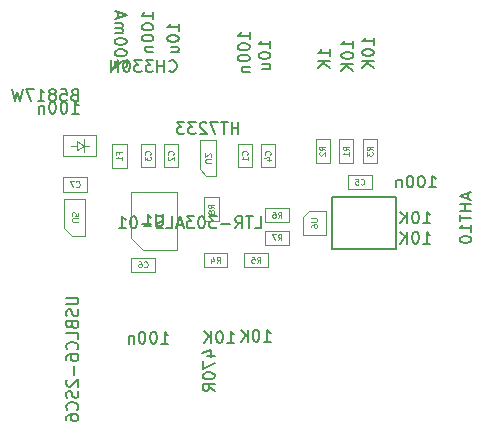
<source format=gbr>
G04 #@! TF.GenerationSoftware,KiCad,Pcbnew,5.0.2-bee76a0~70~ubuntu18.04.1*
G04 #@! TF.CreationDate,2020-01-26T10:23:02-05:00*
G04 #@! TF.ProjectId,ESP-AHT10-Extra,4553502d-4148-4543-9130-2d4578747261,1.4*
G04 #@! TF.SameCoordinates,PX7bfa480PY66c2270*
G04 #@! TF.FileFunction,Other,Fab,Bot*
%FSLAX46Y46*%
G04 Gerber Fmt 4.6, Leading zero omitted, Abs format (unit mm)*
G04 Created by KiCad (PCBNEW 5.0.2-bee76a0~70~ubuntu18.04.1) date Sun 26 Jan 2020 10:23:02 AM EST*
%MOMM*%
%LPD*%
G01*
G04 APERTURE LIST*
%ADD10C,0.100000*%
%ADD11C,0.150000*%
%ADD12C,0.080000*%
%ADD13C,0.075000*%
G04 APERTURE END LIST*
D10*
G04 #@! TO.C,U6*
X30671000Y7550000D02*
X32671000Y7550000D01*
X30671000Y9050000D02*
X30671000Y7550000D01*
X31171000Y9550000D02*
X30671000Y9050000D01*
X32671000Y9550000D02*
X31171000Y9550000D01*
X32671000Y7550000D02*
X32671000Y9550000D01*
G04 #@! TO.C,F1*
X14561000Y15212500D02*
X14561000Y13212500D01*
X15761000Y15212500D02*
X14561000Y15212500D01*
X15761000Y13212500D02*
X15761000Y15212500D01*
X14561000Y13212500D02*
X15761000Y13212500D01*
G04 #@! TO.C,U1*
X17109217Y6287626D02*
X20009217Y6287626D01*
X20009217Y6287626D02*
X20009217Y11187626D01*
X20009217Y11187626D02*
X16109217Y11187626D01*
X16109217Y11187626D02*
X16109217Y7287626D01*
X16109217Y7287626D02*
X17109217Y6287626D01*
D11*
G04 #@! TO.C,U4*
X38555703Y6341380D02*
X38555703Y10741380D01*
X38555703Y10741380D02*
X33155703Y10741380D01*
X33155703Y10741380D02*
X33155703Y6341380D01*
X33155703Y6341380D02*
X38555703Y6341380D01*
D10*
G04 #@! TO.C,U5*
X10450000Y8125000D02*
X11100000Y7475000D01*
X12250000Y7475000D02*
X11100000Y7475000D01*
X10450000Y8125000D02*
X10450000Y10575000D01*
X12250000Y10575000D02*
X10450000Y10575000D01*
X12250000Y7475000D02*
X12250000Y10575000D01*
G04 #@! TO.C,C1*
X26376000Y13241380D02*
X26376000Y15241380D01*
X25176000Y13241380D02*
X26376000Y13241380D01*
X25176000Y15241380D02*
X25176000Y13241380D01*
X26376000Y15241380D02*
X25176000Y15241380D01*
G04 #@! TO.C,C2*
X20125000Y15241380D02*
X18925000Y15241380D01*
X18925000Y15241380D02*
X18925000Y13241380D01*
X18925000Y13241380D02*
X20125000Y13241380D01*
X20125000Y13241380D02*
X20125000Y15241380D01*
G04 #@! TO.C,C3*
X18175000Y13241380D02*
X18175000Y15241380D01*
X16975000Y13241380D02*
X18175000Y13241380D01*
X16975000Y15241380D02*
X16975000Y13241380D01*
X18175000Y15241380D02*
X16975000Y15241380D01*
G04 #@! TO.C,C4*
X28326000Y13241380D02*
X28326000Y15241380D01*
X27126000Y13241380D02*
X28326000Y13241380D01*
X27126000Y15241380D02*
X27126000Y13241380D01*
X28326000Y15241380D02*
X27126000Y15241380D01*
G04 #@! TO.C,C5*
X34500000Y12600000D02*
X34500000Y11400000D01*
X34500000Y11400000D02*
X36500000Y11400000D01*
X36500000Y11400000D02*
X36500000Y12600000D01*
X36500000Y12600000D02*
X34500000Y12600000D01*
G04 #@! TO.C,C6*
X18144500Y4407000D02*
X18144500Y5607000D01*
X18144500Y5607000D02*
X16144500Y5607000D01*
X16144500Y5607000D02*
X16144500Y4407000D01*
X16144500Y4407000D02*
X18144500Y4407000D01*
G04 #@! TO.C,C7*
X10400000Y12400000D02*
X10400000Y11200000D01*
X10400000Y11200000D02*
X12400000Y11200000D01*
X12400000Y11200000D02*
X12400000Y12400000D01*
X12400000Y12400000D02*
X10400000Y12400000D01*
G04 #@! TO.C,D1*
X11550000Y15075000D02*
X11050000Y15075000D01*
X11550000Y14675000D02*
X12150000Y15075000D01*
X11550000Y15475000D02*
X11550000Y14675000D01*
X12150000Y15075000D02*
X11550000Y15475000D01*
X12150000Y15075000D02*
X12150000Y14525000D01*
X12150000Y15075000D02*
X12150000Y15625000D01*
X12550000Y15075000D02*
X12150000Y15075000D01*
X13200000Y14175000D02*
X13200000Y15975000D01*
X10400000Y14175000D02*
X13200000Y14175000D01*
X10400000Y15975000D02*
X10400000Y14175000D01*
X13200000Y15975000D02*
X10400000Y15975000D01*
G04 #@! TO.C,R1*
X33755703Y13641380D02*
X34955703Y13641380D01*
X34955703Y13641380D02*
X34955703Y15641380D01*
X34955703Y15641380D02*
X33755703Y15641380D01*
X33755703Y15641380D02*
X33755703Y13641380D01*
G04 #@! TO.C,R2*
X31755703Y13641380D02*
X32955703Y13641380D01*
X32955703Y13641380D02*
X32955703Y15641380D01*
X32955703Y15641380D02*
X31755703Y15641380D01*
X31755703Y15641380D02*
X31755703Y13641380D01*
G04 #@! TO.C,R3*
X35755703Y13641380D02*
X36955703Y13641380D01*
X36955703Y13641380D02*
X36955703Y15641380D01*
X36955703Y15641380D02*
X35755703Y15641380D01*
X35755703Y15641380D02*
X35755703Y13641380D01*
G04 #@! TO.C,R4*
X22289000Y4788000D02*
X24289000Y4788000D01*
X22289000Y5988000D02*
X22289000Y4788000D01*
X24289000Y5988000D02*
X22289000Y5988000D01*
X24289000Y4788000D02*
X24289000Y5988000D01*
G04 #@! TO.C,R5*
X25718000Y4788000D02*
X27718000Y4788000D01*
X25718000Y5988000D02*
X25718000Y4788000D01*
X27718000Y5988000D02*
X25718000Y5988000D01*
X27718000Y4788000D02*
X27718000Y5988000D01*
G04 #@! TO.C,R6*
X29496000Y9798000D02*
X27496000Y9798000D01*
X29496000Y8598000D02*
X29496000Y9798000D01*
X27496000Y8598000D02*
X29496000Y8598000D01*
X27496000Y9798000D02*
X27496000Y8598000D01*
G04 #@! TO.C,R7*
X27496000Y7893000D02*
X27496000Y6693000D01*
X27496000Y6693000D02*
X29496000Y6693000D01*
X29496000Y6693000D02*
X29496000Y7893000D01*
X29496000Y7893000D02*
X27496000Y7893000D01*
G04 #@! TO.C,R8*
X23550000Y8706000D02*
X23550000Y10706000D01*
X22350000Y8706000D02*
X23550000Y8706000D01*
X22350000Y10706000D02*
X22350000Y8706000D01*
X23550000Y10706000D02*
X22350000Y10706000D01*
G04 #@! TO.C,U2*
X21954000Y13074000D02*
X21954000Y15524000D01*
X22504000Y12504000D02*
X23354000Y12504000D01*
X21954000Y13074000D02*
X22504000Y12504000D01*
X23354000Y12504000D02*
X23354000Y15544000D01*
X21954000Y15544000D02*
X23354000Y15544000D01*
G04 #@! TD*
G04 #@! TO.C,U6*
D11*
X26630000Y8097620D02*
X27106190Y8097620D01*
X27106190Y9097620D01*
X26439523Y9097620D02*
X25868095Y9097620D01*
X26153809Y8097620D02*
X26153809Y9097620D01*
X24963333Y8097620D02*
X25296666Y8573810D01*
X25534761Y8097620D02*
X25534761Y9097620D01*
X25153809Y9097620D01*
X25058571Y9050000D01*
X25010952Y9002381D01*
X24963333Y8907143D01*
X24963333Y8764286D01*
X25010952Y8669048D01*
X25058571Y8621429D01*
X25153809Y8573810D01*
X25534761Y8573810D01*
X24534761Y8478572D02*
X23772857Y8478572D01*
X23391904Y9097620D02*
X22772857Y9097620D01*
X23106190Y8716667D01*
X22963333Y8716667D01*
X22868095Y8669048D01*
X22820476Y8621429D01*
X22772857Y8526191D01*
X22772857Y8288096D01*
X22820476Y8192858D01*
X22868095Y8145239D01*
X22963333Y8097620D01*
X23249047Y8097620D01*
X23344285Y8145239D01*
X23391904Y8192858D01*
X22153809Y9097620D02*
X22058571Y9097620D01*
X21963333Y9050000D01*
X21915714Y9002381D01*
X21868095Y8907143D01*
X21820476Y8716667D01*
X21820476Y8478572D01*
X21868095Y8288096D01*
X21915714Y8192858D01*
X21963333Y8145239D01*
X22058571Y8097620D01*
X22153809Y8097620D01*
X22249047Y8145239D01*
X22296666Y8192858D01*
X22344285Y8288096D01*
X22391904Y8478572D01*
X22391904Y8716667D01*
X22344285Y8907143D01*
X22296666Y9002381D01*
X22249047Y9050000D01*
X22153809Y9097620D01*
X21487142Y9097620D02*
X20868095Y9097620D01*
X21201428Y8716667D01*
X21058571Y8716667D01*
X20963333Y8669048D01*
X20915714Y8621429D01*
X20868095Y8526191D01*
X20868095Y8288096D01*
X20915714Y8192858D01*
X20963333Y8145239D01*
X21058571Y8097620D01*
X21344285Y8097620D01*
X21439523Y8145239D01*
X21487142Y8192858D01*
X20487142Y8383334D02*
X20010952Y8383334D01*
X20582380Y8097620D02*
X20249047Y9097620D01*
X19915714Y8097620D01*
X19106190Y8097620D02*
X19582380Y8097620D01*
X19582380Y9097620D01*
X18820476Y8145239D02*
X18677619Y8097620D01*
X18439523Y8097620D01*
X18344285Y8145239D01*
X18296666Y8192858D01*
X18249047Y8288096D01*
X18249047Y8383334D01*
X18296666Y8478572D01*
X18344285Y8526191D01*
X18439523Y8573810D01*
X18630000Y8621429D01*
X18725238Y8669048D01*
X18772857Y8716667D01*
X18820476Y8811905D01*
X18820476Y8907143D01*
X18772857Y9002381D01*
X18725238Y9050000D01*
X18630000Y9097620D01*
X18391904Y9097620D01*
X18249047Y9050000D01*
X17820476Y8478572D02*
X17058571Y8478572D01*
X16391904Y9097620D02*
X16296666Y9097620D01*
X16201428Y9050000D01*
X16153809Y9002381D01*
X16106190Y8907143D01*
X16058571Y8716667D01*
X16058571Y8478572D01*
X16106190Y8288096D01*
X16153809Y8192858D01*
X16201428Y8145239D01*
X16296666Y8097620D01*
X16391904Y8097620D01*
X16487142Y8145239D01*
X16534761Y8192858D01*
X16582380Y8288096D01*
X16630000Y8478572D01*
X16630000Y8716667D01*
X16582380Y8907143D01*
X16534761Y9002381D01*
X16487142Y9050000D01*
X16391904Y9097620D01*
X15106190Y8097620D02*
X15677619Y8097620D01*
X15391904Y8097620D02*
X15391904Y9097620D01*
X15487142Y8954762D01*
X15582380Y8859524D01*
X15677619Y8811905D01*
D12*
X31397190Y8930953D02*
X31801952Y8930953D01*
X31849571Y8907143D01*
X31873380Y8883334D01*
X31897190Y8835715D01*
X31897190Y8740477D01*
X31873380Y8692858D01*
X31849571Y8669048D01*
X31801952Y8645239D01*
X31397190Y8645239D01*
X31397190Y8192858D02*
X31397190Y8288096D01*
X31421000Y8335715D01*
X31444809Y8359524D01*
X31516238Y8407143D01*
X31611476Y8430953D01*
X31801952Y8430953D01*
X31849571Y8407143D01*
X31873380Y8383334D01*
X31897190Y8335715D01*
X31897190Y8240477D01*
X31873380Y8192858D01*
X31849571Y8169048D01*
X31801952Y8145239D01*
X31682904Y8145239D01*
X31635285Y8169048D01*
X31611476Y8192858D01*
X31587666Y8240477D01*
X31587666Y8335715D01*
X31611476Y8383334D01*
X31635285Y8407143D01*
X31682904Y8430953D01*
G04 #@! TO.C,F1*
D11*
X15663380Y21704167D02*
X15711000Y21751786D01*
X15758619Y21847024D01*
X15758619Y22085120D01*
X15711000Y22180358D01*
X15663380Y22227977D01*
X15568142Y22275596D01*
X15472904Y22275596D01*
X15330047Y22227977D01*
X14758619Y21656548D01*
X14758619Y22275596D01*
X15758619Y22894643D02*
X15758619Y22989881D01*
X15711000Y23085120D01*
X15663380Y23132739D01*
X15568142Y23180358D01*
X15377666Y23227977D01*
X15139571Y23227977D01*
X14949095Y23180358D01*
X14853857Y23132739D01*
X14806238Y23085120D01*
X14758619Y22989881D01*
X14758619Y22894643D01*
X14806238Y22799405D01*
X14853857Y22751786D01*
X14949095Y22704167D01*
X15139571Y22656548D01*
X15377666Y22656548D01*
X15568142Y22704167D01*
X15663380Y22751786D01*
X15711000Y22799405D01*
X15758619Y22894643D01*
X15758619Y23847024D02*
X15758619Y23942262D01*
X15711000Y24037500D01*
X15663380Y24085120D01*
X15568142Y24132739D01*
X15377666Y24180358D01*
X15139571Y24180358D01*
X14949095Y24132739D01*
X14853857Y24085120D01*
X14806238Y24037500D01*
X14758619Y23942262D01*
X14758619Y23847024D01*
X14806238Y23751786D01*
X14853857Y23704167D01*
X14949095Y23656548D01*
X15139571Y23608929D01*
X15377666Y23608929D01*
X15568142Y23656548D01*
X15663380Y23704167D01*
X15711000Y23751786D01*
X15758619Y23847024D01*
X14758619Y24608929D02*
X15425285Y24608929D01*
X15330047Y24608929D02*
X15377666Y24656548D01*
X15425285Y24751786D01*
X15425285Y24894643D01*
X15377666Y24989881D01*
X15282428Y25037500D01*
X14758619Y25037500D01*
X15282428Y25037500D02*
X15377666Y25085120D01*
X15425285Y25180358D01*
X15425285Y25323215D01*
X15377666Y25418453D01*
X15282428Y25466072D01*
X14758619Y25466072D01*
X15044333Y25894643D02*
X15044333Y26370834D01*
X14758619Y25799405D02*
X15758619Y26132739D01*
X14758619Y26466072D01*
D12*
X15125285Y14379167D02*
X15125285Y14545834D01*
X15387190Y14545834D02*
X14887190Y14545834D01*
X14887190Y14307739D01*
X15387190Y13855358D02*
X15387190Y14141072D01*
X15387190Y13998215D02*
X14887190Y13998215D01*
X14958619Y14045834D01*
X15006238Y14093453D01*
X15030047Y14141072D01*
G04 #@! TO.C,U1*
D11*
X19366666Y21417858D02*
X19414285Y21370239D01*
X19557142Y21322620D01*
X19652380Y21322620D01*
X19795238Y21370239D01*
X19890476Y21465477D01*
X19938095Y21560715D01*
X19985714Y21751191D01*
X19985714Y21894048D01*
X19938095Y22084524D01*
X19890476Y22179762D01*
X19795238Y22275000D01*
X19652380Y22322620D01*
X19557142Y22322620D01*
X19414285Y22275000D01*
X19366666Y22227381D01*
X18938095Y21322620D02*
X18938095Y22322620D01*
X18938095Y21846429D02*
X18366666Y21846429D01*
X18366666Y21322620D02*
X18366666Y22322620D01*
X17985714Y22322620D02*
X17366666Y22322620D01*
X17700000Y21941667D01*
X17557142Y21941667D01*
X17461904Y21894048D01*
X17414285Y21846429D01*
X17366666Y21751191D01*
X17366666Y21513096D01*
X17414285Y21417858D01*
X17461904Y21370239D01*
X17557142Y21322620D01*
X17842857Y21322620D01*
X17938095Y21370239D01*
X17985714Y21417858D01*
X17033333Y22322620D02*
X16414285Y22322620D01*
X16747619Y21941667D01*
X16604761Y21941667D01*
X16509523Y21894048D01*
X16461904Y21846429D01*
X16414285Y21751191D01*
X16414285Y21513096D01*
X16461904Y21417858D01*
X16509523Y21370239D01*
X16604761Y21322620D01*
X16890476Y21322620D01*
X16985714Y21370239D01*
X17033333Y21417858D01*
X15795238Y22322620D02*
X15700000Y22322620D01*
X15604761Y22275000D01*
X15557142Y22227381D01*
X15509523Y22132143D01*
X15461904Y21941667D01*
X15461904Y21703572D01*
X15509523Y21513096D01*
X15557142Y21417858D01*
X15604761Y21370239D01*
X15700000Y21322620D01*
X15795238Y21322620D01*
X15890476Y21370239D01*
X15938095Y21417858D01*
X15985714Y21513096D01*
X16033333Y21703572D01*
X16033333Y21941667D01*
X15985714Y22132143D01*
X15938095Y22227381D01*
X15890476Y22275000D01*
X15795238Y22322620D01*
X15033333Y21322620D02*
X15033333Y22322620D01*
X14461904Y21322620D01*
X14461904Y22322620D01*
X18821121Y9285246D02*
X18821121Y8475722D01*
X18773502Y8380484D01*
X18725883Y8332865D01*
X18630645Y8285246D01*
X18440169Y8285246D01*
X18344931Y8332865D01*
X18297312Y8380484D01*
X18249693Y8475722D01*
X18249693Y9285246D01*
X17249693Y8285246D02*
X17821121Y8285246D01*
X17535407Y8285246D02*
X17535407Y9285246D01*
X17630645Y9142388D01*
X17725883Y9047150D01*
X17821121Y8999531D01*
G04 #@! TO.C,U4*
X44666666Y11045239D02*
X44666666Y10569048D01*
X44952380Y11140477D02*
X43952380Y10807143D01*
X44952380Y10473810D01*
X44952380Y10140477D02*
X43952380Y10140477D01*
X44428571Y10140477D02*
X44428571Y9569048D01*
X44952380Y9569048D02*
X43952380Y9569048D01*
X43952380Y9235715D02*
X43952380Y8664286D01*
X44952380Y8950000D02*
X43952380Y8950000D01*
X44952380Y7807143D02*
X44952380Y8378572D01*
X44952380Y8092858D02*
X43952380Y8092858D01*
X44095238Y8188096D01*
X44190476Y8283334D01*
X44238095Y8378572D01*
X43952380Y7188096D02*
X43952380Y7092858D01*
X44000000Y6997620D01*
X44047619Y6950000D01*
X44142857Y6902381D01*
X44333333Y6854762D01*
X44571428Y6854762D01*
X44761904Y6902381D01*
X44857142Y6950000D01*
X44904761Y6997620D01*
X44952380Y7092858D01*
X44952380Y7188096D01*
X44904761Y7283334D01*
X44857142Y7330953D01*
X44761904Y7378572D01*
X44571428Y7426191D01*
X44333333Y7426191D01*
X44142857Y7378572D01*
X44047619Y7330953D01*
X44000000Y7283334D01*
X43952380Y7188096D01*
G04 #@! TO.C,U5*
X10652380Y2215477D02*
X11461904Y2215477D01*
X11557142Y2167858D01*
X11604761Y2120239D01*
X11652380Y2025000D01*
X11652380Y1834524D01*
X11604761Y1739286D01*
X11557142Y1691667D01*
X11461904Y1644048D01*
X10652380Y1644048D01*
X11604761Y1215477D02*
X11652380Y1072620D01*
X11652380Y834524D01*
X11604761Y739286D01*
X11557142Y691667D01*
X11461904Y644048D01*
X11366666Y644048D01*
X11271428Y691667D01*
X11223809Y739286D01*
X11176190Y834524D01*
X11128571Y1025000D01*
X11080952Y1120239D01*
X11033333Y1167858D01*
X10938095Y1215477D01*
X10842857Y1215477D01*
X10747619Y1167858D01*
X10700000Y1120239D01*
X10652380Y1025000D01*
X10652380Y786905D01*
X10700000Y644048D01*
X11128571Y-117857D02*
X11176190Y-260714D01*
X11223809Y-308333D01*
X11319047Y-355952D01*
X11461904Y-355952D01*
X11557142Y-308333D01*
X11604761Y-260714D01*
X11652380Y-165476D01*
X11652380Y215477D01*
X10652380Y215477D01*
X10652380Y-117857D01*
X10700000Y-213095D01*
X10747619Y-260714D01*
X10842857Y-308333D01*
X10938095Y-308333D01*
X11033333Y-260714D01*
X11080952Y-213095D01*
X11128571Y-117857D01*
X11128571Y215477D01*
X11652380Y-1260714D02*
X11652380Y-784523D01*
X10652380Y-784523D01*
X11557142Y-2165476D02*
X11604761Y-2117857D01*
X11652380Y-1975000D01*
X11652380Y-1879761D01*
X11604761Y-1736904D01*
X11509523Y-1641666D01*
X11414285Y-1594047D01*
X11223809Y-1546428D01*
X11080952Y-1546428D01*
X10890476Y-1594047D01*
X10795238Y-1641666D01*
X10700000Y-1736904D01*
X10652380Y-1879761D01*
X10652380Y-1975000D01*
X10700000Y-2117857D01*
X10747619Y-2165476D01*
X10652380Y-3022619D02*
X10652380Y-2832142D01*
X10700000Y-2736904D01*
X10747619Y-2689285D01*
X10890476Y-2594047D01*
X11080952Y-2546428D01*
X11461904Y-2546428D01*
X11557142Y-2594047D01*
X11604761Y-2641666D01*
X11652380Y-2736904D01*
X11652380Y-2927380D01*
X11604761Y-3022619D01*
X11557142Y-3070238D01*
X11461904Y-3117857D01*
X11223809Y-3117857D01*
X11128571Y-3070238D01*
X11080952Y-3022619D01*
X11033333Y-2927380D01*
X11033333Y-2736904D01*
X11080952Y-2641666D01*
X11128571Y-2594047D01*
X11223809Y-2546428D01*
X11271428Y-3546428D02*
X11271428Y-4308333D01*
X10747619Y-4736904D02*
X10700000Y-4784523D01*
X10652380Y-4879761D01*
X10652380Y-5117857D01*
X10700000Y-5213095D01*
X10747619Y-5260714D01*
X10842857Y-5308333D01*
X10938095Y-5308333D01*
X11080952Y-5260714D01*
X11652380Y-4689285D01*
X11652380Y-5308333D01*
X11604761Y-5689285D02*
X11652380Y-5832142D01*
X11652380Y-6070238D01*
X11604761Y-6165476D01*
X11557142Y-6213095D01*
X11461904Y-6260714D01*
X11366666Y-6260714D01*
X11271428Y-6213095D01*
X11223809Y-6165476D01*
X11176190Y-6070238D01*
X11128571Y-5879761D01*
X11080952Y-5784523D01*
X11033333Y-5736904D01*
X10938095Y-5689285D01*
X10842857Y-5689285D01*
X10747619Y-5736904D01*
X10700000Y-5784523D01*
X10652380Y-5879761D01*
X10652380Y-6117857D01*
X10700000Y-6260714D01*
X11557142Y-7260714D02*
X11604761Y-7213095D01*
X11652380Y-7070238D01*
X11652380Y-6975000D01*
X11604761Y-6832142D01*
X11509523Y-6736904D01*
X11414285Y-6689285D01*
X11223809Y-6641666D01*
X11080952Y-6641666D01*
X10890476Y-6689285D01*
X10795238Y-6736904D01*
X10700000Y-6832142D01*
X10652380Y-6975000D01*
X10652380Y-7070238D01*
X10700000Y-7213095D01*
X10747619Y-7260714D01*
X10652380Y-8117857D02*
X10652380Y-7927380D01*
X10700000Y-7832142D01*
X10747619Y-7784523D01*
X10890476Y-7689285D01*
X11080952Y-7641666D01*
X11461904Y-7641666D01*
X11557142Y-7689285D01*
X11604761Y-7736904D01*
X11652380Y-7832142D01*
X11652380Y-8022619D01*
X11604761Y-8117857D01*
X11557142Y-8165476D01*
X11461904Y-8213095D01*
X11223809Y-8213095D01*
X11128571Y-8165476D01*
X11080952Y-8117857D01*
X11033333Y-8022619D01*
X11033333Y-7832142D01*
X11080952Y-7736904D01*
X11128571Y-7689285D01*
X11223809Y-7641666D01*
D13*
X11623809Y8644048D02*
X11219047Y8644048D01*
X11171428Y8667858D01*
X11147619Y8691667D01*
X11123809Y8739286D01*
X11123809Y8834524D01*
X11147619Y8882143D01*
X11171428Y8905953D01*
X11219047Y8929762D01*
X11623809Y8929762D01*
X11623809Y9405953D02*
X11623809Y9167858D01*
X11385714Y9144048D01*
X11409523Y9167858D01*
X11433333Y9215477D01*
X11433333Y9334524D01*
X11409523Y9382143D01*
X11385714Y9405953D01*
X11338095Y9429762D01*
X11219047Y9429762D01*
X11171428Y9405953D01*
X11147619Y9382143D01*
X11123809Y9334524D01*
X11123809Y9215477D01*
X11147619Y9167858D01*
X11171428Y9144048D01*
G04 #@! TO.C,C1*
D11*
X26178380Y24119048D02*
X26178380Y24690477D01*
X26178380Y24404762D02*
X25178380Y24404762D01*
X25321238Y24500000D01*
X25416476Y24595239D01*
X25464095Y24690477D01*
X25178380Y23500000D02*
X25178380Y23404762D01*
X25226000Y23309524D01*
X25273619Y23261905D01*
X25368857Y23214286D01*
X25559333Y23166667D01*
X25797428Y23166667D01*
X25987904Y23214286D01*
X26083142Y23261905D01*
X26130761Y23309524D01*
X26178380Y23404762D01*
X26178380Y23500000D01*
X26130761Y23595239D01*
X26083142Y23642858D01*
X25987904Y23690477D01*
X25797428Y23738096D01*
X25559333Y23738096D01*
X25368857Y23690477D01*
X25273619Y23642858D01*
X25226000Y23595239D01*
X25178380Y23500000D01*
X25178380Y22547620D02*
X25178380Y22452381D01*
X25226000Y22357143D01*
X25273619Y22309524D01*
X25368857Y22261905D01*
X25559333Y22214286D01*
X25797428Y22214286D01*
X25987904Y22261905D01*
X26083142Y22309524D01*
X26130761Y22357143D01*
X26178380Y22452381D01*
X26178380Y22547620D01*
X26130761Y22642858D01*
X26083142Y22690477D01*
X25987904Y22738096D01*
X25797428Y22785715D01*
X25559333Y22785715D01*
X25368857Y22738096D01*
X25273619Y22690477D01*
X25226000Y22642858D01*
X25178380Y22547620D01*
X25511714Y21785715D02*
X26178380Y21785715D01*
X25606952Y21785715D02*
X25559333Y21738096D01*
X25511714Y21642858D01*
X25511714Y21500000D01*
X25559333Y21404762D01*
X25654571Y21357143D01*
X26178380Y21357143D01*
D12*
X25954571Y14324714D02*
X25978380Y14348523D01*
X26002190Y14419952D01*
X26002190Y14467571D01*
X25978380Y14539000D01*
X25930761Y14586619D01*
X25883142Y14610428D01*
X25787904Y14634238D01*
X25716476Y14634238D01*
X25621238Y14610428D01*
X25573619Y14586619D01*
X25526000Y14539000D01*
X25502190Y14467571D01*
X25502190Y14419952D01*
X25526000Y14348523D01*
X25549809Y14324714D01*
X26002190Y13848523D02*
X26002190Y14134238D01*
X26002190Y13991380D02*
X25502190Y13991380D01*
X25573619Y14039000D01*
X25621238Y14086619D01*
X25645047Y14134238D01*
G04 #@! TO.C,C2*
D11*
X20185380Y24826858D02*
X20185380Y25398286D01*
X20185380Y25112572D02*
X19185380Y25112572D01*
X19328238Y25207810D01*
X19423476Y25303048D01*
X19471095Y25398286D01*
X19185380Y24207810D02*
X19185380Y24112572D01*
X19233000Y24017334D01*
X19280619Y23969715D01*
X19375857Y23922096D01*
X19566333Y23874477D01*
X19804428Y23874477D01*
X19994904Y23922096D01*
X20090142Y23969715D01*
X20137761Y24017334D01*
X20185380Y24112572D01*
X20185380Y24207810D01*
X20137761Y24303048D01*
X20090142Y24350667D01*
X19994904Y24398286D01*
X19804428Y24445905D01*
X19566333Y24445905D01*
X19375857Y24398286D01*
X19280619Y24350667D01*
X19233000Y24303048D01*
X19185380Y24207810D01*
X19518714Y23017334D02*
X20185380Y23017334D01*
X19518714Y23445905D02*
X20042523Y23445905D01*
X20137761Y23398286D01*
X20185380Y23303048D01*
X20185380Y23160191D01*
X20137761Y23064953D01*
X20090142Y23017334D01*
D12*
X19703571Y14324714D02*
X19727380Y14348523D01*
X19751190Y14419952D01*
X19751190Y14467571D01*
X19727380Y14539000D01*
X19679761Y14586619D01*
X19632142Y14610428D01*
X19536904Y14634238D01*
X19465476Y14634238D01*
X19370238Y14610428D01*
X19322619Y14586619D01*
X19275000Y14539000D01*
X19251190Y14467571D01*
X19251190Y14419952D01*
X19275000Y14348523D01*
X19298809Y14324714D01*
X19298809Y14134238D02*
X19275000Y14110428D01*
X19251190Y14062809D01*
X19251190Y13943761D01*
X19275000Y13896142D01*
X19298809Y13872333D01*
X19346428Y13848523D01*
X19394047Y13848523D01*
X19465476Y13872333D01*
X19751190Y14158047D01*
X19751190Y13848523D01*
G04 #@! TO.C,C3*
D11*
X18026380Y25811048D02*
X18026380Y26382477D01*
X18026380Y26096762D02*
X17026380Y26096762D01*
X17169238Y26192000D01*
X17264476Y26287239D01*
X17312095Y26382477D01*
X17026380Y25192000D02*
X17026380Y25096762D01*
X17074000Y25001524D01*
X17121619Y24953905D01*
X17216857Y24906286D01*
X17407333Y24858667D01*
X17645428Y24858667D01*
X17835904Y24906286D01*
X17931142Y24953905D01*
X17978761Y25001524D01*
X18026380Y25096762D01*
X18026380Y25192000D01*
X17978761Y25287239D01*
X17931142Y25334858D01*
X17835904Y25382477D01*
X17645428Y25430096D01*
X17407333Y25430096D01*
X17216857Y25382477D01*
X17121619Y25334858D01*
X17074000Y25287239D01*
X17026380Y25192000D01*
X17026380Y24239620D02*
X17026380Y24144381D01*
X17074000Y24049143D01*
X17121619Y24001524D01*
X17216857Y23953905D01*
X17407333Y23906286D01*
X17645428Y23906286D01*
X17835904Y23953905D01*
X17931142Y24001524D01*
X17978761Y24049143D01*
X18026380Y24144381D01*
X18026380Y24239620D01*
X17978761Y24334858D01*
X17931142Y24382477D01*
X17835904Y24430096D01*
X17645428Y24477715D01*
X17407333Y24477715D01*
X17216857Y24430096D01*
X17121619Y24382477D01*
X17074000Y24334858D01*
X17026380Y24239620D01*
X17359714Y23477715D02*
X18026380Y23477715D01*
X17454952Y23477715D02*
X17407333Y23430096D01*
X17359714Y23334858D01*
X17359714Y23192000D01*
X17407333Y23096762D01*
X17502571Y23049143D01*
X18026380Y23049143D01*
D12*
X17753571Y14324714D02*
X17777380Y14348523D01*
X17801190Y14419952D01*
X17801190Y14467571D01*
X17777380Y14539000D01*
X17729761Y14586619D01*
X17682142Y14610428D01*
X17586904Y14634238D01*
X17515476Y14634238D01*
X17420238Y14610428D01*
X17372619Y14586619D01*
X17325000Y14539000D01*
X17301190Y14467571D01*
X17301190Y14419952D01*
X17325000Y14348523D01*
X17348809Y14324714D01*
X17301190Y14158047D02*
X17301190Y13848523D01*
X17491666Y14015190D01*
X17491666Y13943761D01*
X17515476Y13896142D01*
X17539285Y13872333D01*
X17586904Y13848523D01*
X17705952Y13848523D01*
X17753571Y13872333D01*
X17777380Y13896142D01*
X17801190Y13943761D01*
X17801190Y14086619D01*
X17777380Y14134238D01*
X17753571Y14158047D01*
G04 #@! TO.C,C4*
D11*
X27928380Y23392858D02*
X27928380Y23964286D01*
X27928380Y23678572D02*
X26928380Y23678572D01*
X27071238Y23773810D01*
X27166476Y23869048D01*
X27214095Y23964286D01*
X26928380Y22773810D02*
X26928380Y22678572D01*
X26976000Y22583334D01*
X27023619Y22535715D01*
X27118857Y22488096D01*
X27309333Y22440477D01*
X27547428Y22440477D01*
X27737904Y22488096D01*
X27833142Y22535715D01*
X27880761Y22583334D01*
X27928380Y22678572D01*
X27928380Y22773810D01*
X27880761Y22869048D01*
X27833142Y22916667D01*
X27737904Y22964286D01*
X27547428Y23011905D01*
X27309333Y23011905D01*
X27118857Y22964286D01*
X27023619Y22916667D01*
X26976000Y22869048D01*
X26928380Y22773810D01*
X27261714Y21583334D02*
X27928380Y21583334D01*
X27261714Y22011905D02*
X27785523Y22011905D01*
X27880761Y21964286D01*
X27928380Y21869048D01*
X27928380Y21726191D01*
X27880761Y21630953D01*
X27833142Y21583334D01*
D12*
X27904571Y14324714D02*
X27928380Y14348523D01*
X27952190Y14419952D01*
X27952190Y14467571D01*
X27928380Y14539000D01*
X27880761Y14586619D01*
X27833142Y14610428D01*
X27737904Y14634238D01*
X27666476Y14634238D01*
X27571238Y14610428D01*
X27523619Y14586619D01*
X27476000Y14539000D01*
X27452190Y14467571D01*
X27452190Y14419952D01*
X27476000Y14348523D01*
X27499809Y14324714D01*
X27618857Y13896142D02*
X27952190Y13896142D01*
X27428380Y14015190D02*
X27785523Y14134238D01*
X27785523Y13824714D01*
G04 #@! TO.C,C5*
D11*
X41369047Y11547620D02*
X41940476Y11547620D01*
X41654761Y11547620D02*
X41654761Y12547620D01*
X41750000Y12404762D01*
X41845238Y12309524D01*
X41940476Y12261905D01*
X40750000Y12547620D02*
X40654761Y12547620D01*
X40559523Y12500000D01*
X40511904Y12452381D01*
X40464285Y12357143D01*
X40416666Y12166667D01*
X40416666Y11928572D01*
X40464285Y11738096D01*
X40511904Y11642858D01*
X40559523Y11595239D01*
X40654761Y11547620D01*
X40750000Y11547620D01*
X40845238Y11595239D01*
X40892857Y11642858D01*
X40940476Y11738096D01*
X40988095Y11928572D01*
X40988095Y12166667D01*
X40940476Y12357143D01*
X40892857Y12452381D01*
X40845238Y12500000D01*
X40750000Y12547620D01*
X39797619Y12547620D02*
X39702380Y12547620D01*
X39607142Y12500000D01*
X39559523Y12452381D01*
X39511904Y12357143D01*
X39464285Y12166667D01*
X39464285Y11928572D01*
X39511904Y11738096D01*
X39559523Y11642858D01*
X39607142Y11595239D01*
X39702380Y11547620D01*
X39797619Y11547620D01*
X39892857Y11595239D01*
X39940476Y11642858D01*
X39988095Y11738096D01*
X40035714Y11928572D01*
X40035714Y12166667D01*
X39988095Y12357143D01*
X39940476Y12452381D01*
X39892857Y12500000D01*
X39797619Y12547620D01*
X39035714Y12214286D02*
X39035714Y11547620D01*
X39035714Y12119048D02*
X38988095Y12166667D01*
X38892857Y12214286D01*
X38750000Y12214286D01*
X38654761Y12166667D01*
X38607142Y12071429D01*
X38607142Y11547620D01*
D12*
X35583333Y11821429D02*
X35607142Y11797620D01*
X35678571Y11773810D01*
X35726190Y11773810D01*
X35797619Y11797620D01*
X35845238Y11845239D01*
X35869047Y11892858D01*
X35892857Y11988096D01*
X35892857Y12059524D01*
X35869047Y12154762D01*
X35845238Y12202381D01*
X35797619Y12250000D01*
X35726190Y12273810D01*
X35678571Y12273810D01*
X35607142Y12250000D01*
X35583333Y12226191D01*
X35130952Y12273810D02*
X35369047Y12273810D01*
X35392857Y12035715D01*
X35369047Y12059524D01*
X35321428Y12083334D01*
X35202380Y12083334D01*
X35154761Y12059524D01*
X35130952Y12035715D01*
X35107142Y11988096D01*
X35107142Y11869048D01*
X35130952Y11821429D01*
X35154761Y11797620D01*
X35202380Y11773810D01*
X35321428Y11773810D01*
X35369047Y11797620D01*
X35392857Y11821429D01*
G04 #@! TO.C,C6*
D11*
X18693047Y-1668380D02*
X19264476Y-1668380D01*
X18978761Y-1668380D02*
X18978761Y-668380D01*
X19074000Y-811238D01*
X19169238Y-906476D01*
X19264476Y-954095D01*
X18074000Y-668380D02*
X17978761Y-668380D01*
X17883523Y-716000D01*
X17835904Y-763619D01*
X17788285Y-858857D01*
X17740666Y-1049333D01*
X17740666Y-1287428D01*
X17788285Y-1477904D01*
X17835904Y-1573142D01*
X17883523Y-1620761D01*
X17978761Y-1668380D01*
X18074000Y-1668380D01*
X18169238Y-1620761D01*
X18216857Y-1573142D01*
X18264476Y-1477904D01*
X18312095Y-1287428D01*
X18312095Y-1049333D01*
X18264476Y-858857D01*
X18216857Y-763619D01*
X18169238Y-716000D01*
X18074000Y-668380D01*
X17121619Y-668380D02*
X17026380Y-668380D01*
X16931142Y-716000D01*
X16883523Y-763619D01*
X16835904Y-858857D01*
X16788285Y-1049333D01*
X16788285Y-1287428D01*
X16835904Y-1477904D01*
X16883523Y-1573142D01*
X16931142Y-1620761D01*
X17026380Y-1668380D01*
X17121619Y-1668380D01*
X17216857Y-1620761D01*
X17264476Y-1573142D01*
X17312095Y-1477904D01*
X17359714Y-1287428D01*
X17359714Y-1049333D01*
X17312095Y-858857D01*
X17264476Y-763619D01*
X17216857Y-716000D01*
X17121619Y-668380D01*
X16359714Y-1001714D02*
X16359714Y-1668380D01*
X16359714Y-1096952D02*
X16312095Y-1049333D01*
X16216857Y-1001714D01*
X16074000Y-1001714D01*
X15978761Y-1049333D01*
X15931142Y-1144571D01*
X15931142Y-1668380D01*
D12*
X17227833Y4828429D02*
X17251642Y4804620D01*
X17323071Y4780810D01*
X17370690Y4780810D01*
X17442119Y4804620D01*
X17489738Y4852239D01*
X17513547Y4899858D01*
X17537357Y4995096D01*
X17537357Y5066524D01*
X17513547Y5161762D01*
X17489738Y5209381D01*
X17442119Y5257000D01*
X17370690Y5280810D01*
X17323071Y5280810D01*
X17251642Y5257000D01*
X17227833Y5233191D01*
X16799261Y5280810D02*
X16894500Y5280810D01*
X16942119Y5257000D01*
X16965928Y5233191D01*
X17013547Y5161762D01*
X17037357Y5066524D01*
X17037357Y4876048D01*
X17013547Y4828429D01*
X16989738Y4804620D01*
X16942119Y4780810D01*
X16846880Y4780810D01*
X16799261Y4804620D01*
X16775452Y4828429D01*
X16751642Y4876048D01*
X16751642Y4995096D01*
X16775452Y5042715D01*
X16799261Y5066524D01*
X16846880Y5090334D01*
X16942119Y5090334D01*
X16989738Y5066524D01*
X17013547Y5042715D01*
X17037357Y4995096D01*
G04 #@! TO.C,C7*
D11*
X11119047Y17797620D02*
X11690476Y17797620D01*
X11404761Y17797620D02*
X11404761Y18797620D01*
X11500000Y18654762D01*
X11595238Y18559524D01*
X11690476Y18511905D01*
X10500000Y18797620D02*
X10404761Y18797620D01*
X10309523Y18750000D01*
X10261904Y18702381D01*
X10214285Y18607143D01*
X10166666Y18416667D01*
X10166666Y18178572D01*
X10214285Y17988096D01*
X10261904Y17892858D01*
X10309523Y17845239D01*
X10404761Y17797620D01*
X10500000Y17797620D01*
X10595238Y17845239D01*
X10642857Y17892858D01*
X10690476Y17988096D01*
X10738095Y18178572D01*
X10738095Y18416667D01*
X10690476Y18607143D01*
X10642857Y18702381D01*
X10595238Y18750000D01*
X10500000Y18797620D01*
X9547619Y18797620D02*
X9452380Y18797620D01*
X9357142Y18750000D01*
X9309523Y18702381D01*
X9261904Y18607143D01*
X9214285Y18416667D01*
X9214285Y18178572D01*
X9261904Y17988096D01*
X9309523Y17892858D01*
X9357142Y17845239D01*
X9452380Y17797620D01*
X9547619Y17797620D01*
X9642857Y17845239D01*
X9690476Y17892858D01*
X9738095Y17988096D01*
X9785714Y18178572D01*
X9785714Y18416667D01*
X9738095Y18607143D01*
X9690476Y18702381D01*
X9642857Y18750000D01*
X9547619Y18797620D01*
X8785714Y18464286D02*
X8785714Y17797620D01*
X8785714Y18369048D02*
X8738095Y18416667D01*
X8642857Y18464286D01*
X8500000Y18464286D01*
X8404761Y18416667D01*
X8357142Y18321429D01*
X8357142Y17797620D01*
D12*
X11483333Y11621429D02*
X11507142Y11597620D01*
X11578571Y11573810D01*
X11626190Y11573810D01*
X11697619Y11597620D01*
X11745238Y11645239D01*
X11769047Y11692858D01*
X11792857Y11788096D01*
X11792857Y11859524D01*
X11769047Y11954762D01*
X11745238Y12002381D01*
X11697619Y12050000D01*
X11626190Y12073810D01*
X11578571Y12073810D01*
X11507142Y12050000D01*
X11483333Y12026191D01*
X11316666Y12073810D02*
X10983333Y12073810D01*
X11197619Y11573810D01*
G04 #@! TO.C,D1*
D11*
X11329761Y19396429D02*
X11186904Y19348810D01*
X11139285Y19301191D01*
X11091666Y19205953D01*
X11091666Y19063096D01*
X11139285Y18967858D01*
X11186904Y18920239D01*
X11282142Y18872620D01*
X11663095Y18872620D01*
X11663095Y19872620D01*
X11329761Y19872620D01*
X11234523Y19825000D01*
X11186904Y19777381D01*
X11139285Y19682143D01*
X11139285Y19586905D01*
X11186904Y19491667D01*
X11234523Y19444048D01*
X11329761Y19396429D01*
X11663095Y19396429D01*
X10186904Y19872620D02*
X10663095Y19872620D01*
X10710714Y19396429D01*
X10663095Y19444048D01*
X10567857Y19491667D01*
X10329761Y19491667D01*
X10234523Y19444048D01*
X10186904Y19396429D01*
X10139285Y19301191D01*
X10139285Y19063096D01*
X10186904Y18967858D01*
X10234523Y18920239D01*
X10329761Y18872620D01*
X10567857Y18872620D01*
X10663095Y18920239D01*
X10710714Y18967858D01*
X9567857Y19444048D02*
X9663095Y19491667D01*
X9710714Y19539286D01*
X9758333Y19634524D01*
X9758333Y19682143D01*
X9710714Y19777381D01*
X9663095Y19825000D01*
X9567857Y19872620D01*
X9377380Y19872620D01*
X9282142Y19825000D01*
X9234523Y19777381D01*
X9186904Y19682143D01*
X9186904Y19634524D01*
X9234523Y19539286D01*
X9282142Y19491667D01*
X9377380Y19444048D01*
X9567857Y19444048D01*
X9663095Y19396429D01*
X9710714Y19348810D01*
X9758333Y19253572D01*
X9758333Y19063096D01*
X9710714Y18967858D01*
X9663095Y18920239D01*
X9567857Y18872620D01*
X9377380Y18872620D01*
X9282142Y18920239D01*
X9234523Y18967858D01*
X9186904Y19063096D01*
X9186904Y19253572D01*
X9234523Y19348810D01*
X9282142Y19396429D01*
X9377380Y19444048D01*
X8234523Y18872620D02*
X8805952Y18872620D01*
X8520238Y18872620D02*
X8520238Y19872620D01*
X8615476Y19729762D01*
X8710714Y19634524D01*
X8805952Y19586905D01*
X7901190Y19872620D02*
X7234523Y19872620D01*
X7663095Y18872620D01*
X6948809Y19872620D02*
X6710714Y18872620D01*
X6520238Y19586905D01*
X6329761Y18872620D01*
X6091666Y19872620D01*
G04 #@! TO.C,R1*
X34952380Y23390477D02*
X34952380Y23961905D01*
X34952380Y23676191D02*
X33952380Y23676191D01*
X34095238Y23771429D01*
X34190476Y23866667D01*
X34238095Y23961905D01*
X33952380Y22771429D02*
X33952380Y22676191D01*
X34000000Y22580953D01*
X34047619Y22533334D01*
X34142857Y22485715D01*
X34333333Y22438096D01*
X34571428Y22438096D01*
X34761904Y22485715D01*
X34857142Y22533334D01*
X34904761Y22580953D01*
X34952380Y22676191D01*
X34952380Y22771429D01*
X34904761Y22866667D01*
X34857142Y22914286D01*
X34761904Y22961905D01*
X34571428Y23009524D01*
X34333333Y23009524D01*
X34142857Y22961905D01*
X34047619Y22914286D01*
X34000000Y22866667D01*
X33952380Y22771429D01*
X34952380Y22009524D02*
X33952380Y22009524D01*
X34952380Y21438096D02*
X34380952Y21866667D01*
X33952380Y21438096D02*
X34523809Y22009524D01*
D12*
X34581893Y14724714D02*
X34343798Y14891380D01*
X34581893Y15010428D02*
X34081893Y15010428D01*
X34081893Y14819952D01*
X34105703Y14772333D01*
X34129512Y14748523D01*
X34177131Y14724714D01*
X34248560Y14724714D01*
X34296179Y14748523D01*
X34319988Y14772333D01*
X34343798Y14819952D01*
X34343798Y15010428D01*
X34581893Y14248523D02*
X34581893Y14534238D01*
X34581893Y14391380D02*
X34081893Y14391380D01*
X34153322Y14439000D01*
X34200941Y14486619D01*
X34224750Y14534238D01*
G04 #@! TO.C,R2*
D11*
X32952380Y22664286D02*
X32952380Y23235715D01*
X32952380Y22950000D02*
X31952380Y22950000D01*
X32095238Y23045239D01*
X32190476Y23140477D01*
X32238095Y23235715D01*
X32952380Y22235715D02*
X31952380Y22235715D01*
X32952380Y21664286D02*
X32380952Y22092858D01*
X31952380Y21664286D02*
X32523809Y22235715D01*
D12*
X32581893Y14724714D02*
X32343798Y14891380D01*
X32581893Y15010428D02*
X32081893Y15010428D01*
X32081893Y14819952D01*
X32105703Y14772333D01*
X32129512Y14748523D01*
X32177131Y14724714D01*
X32248560Y14724714D01*
X32296179Y14748523D01*
X32319988Y14772333D01*
X32343798Y14819952D01*
X32343798Y15010428D01*
X32129512Y14534238D02*
X32105703Y14510428D01*
X32081893Y14462809D01*
X32081893Y14343761D01*
X32105703Y14296142D01*
X32129512Y14272333D01*
X32177131Y14248523D01*
X32224750Y14248523D01*
X32296179Y14272333D01*
X32581893Y14558047D01*
X32581893Y14248523D01*
G04 #@! TO.C,R3*
D11*
X36702380Y23640477D02*
X36702380Y24211905D01*
X36702380Y23926191D02*
X35702380Y23926191D01*
X35845238Y24021429D01*
X35940476Y24116667D01*
X35988095Y24211905D01*
X35702380Y23021429D02*
X35702380Y22926191D01*
X35750000Y22830953D01*
X35797619Y22783334D01*
X35892857Y22735715D01*
X36083333Y22688096D01*
X36321428Y22688096D01*
X36511904Y22735715D01*
X36607142Y22783334D01*
X36654761Y22830953D01*
X36702380Y22926191D01*
X36702380Y23021429D01*
X36654761Y23116667D01*
X36607142Y23164286D01*
X36511904Y23211905D01*
X36321428Y23259524D01*
X36083333Y23259524D01*
X35892857Y23211905D01*
X35797619Y23164286D01*
X35750000Y23116667D01*
X35702380Y23021429D01*
X36702380Y22259524D02*
X35702380Y22259524D01*
X36702380Y21688096D02*
X36130952Y22116667D01*
X35702380Y21688096D02*
X36273809Y22259524D01*
D12*
X36581893Y14724714D02*
X36343798Y14891380D01*
X36581893Y15010428D02*
X36081893Y15010428D01*
X36081893Y14819952D01*
X36105703Y14772333D01*
X36129512Y14748523D01*
X36177131Y14724714D01*
X36248560Y14724714D01*
X36296179Y14748523D01*
X36319988Y14772333D01*
X36343798Y14819952D01*
X36343798Y15010428D01*
X36081893Y14558047D02*
X36081893Y14248523D01*
X36272369Y14415190D01*
X36272369Y14343761D01*
X36296179Y14296142D01*
X36319988Y14272333D01*
X36367607Y14248523D01*
X36486655Y14248523D01*
X36534274Y14272333D01*
X36558083Y14296142D01*
X36581893Y14343761D01*
X36581893Y14486619D01*
X36558083Y14534238D01*
X36534274Y14558047D01*
G04 #@! TO.C,R4*
D11*
X24279476Y-1605760D02*
X24850904Y-1605760D01*
X24565190Y-1605760D02*
X24565190Y-605760D01*
X24660428Y-748618D01*
X24755666Y-843856D01*
X24850904Y-891475D01*
X23660428Y-605760D02*
X23565190Y-605760D01*
X23469952Y-653380D01*
X23422333Y-700999D01*
X23374714Y-796237D01*
X23327095Y-986713D01*
X23327095Y-1224808D01*
X23374714Y-1415284D01*
X23422333Y-1510522D01*
X23469952Y-1558141D01*
X23565190Y-1605760D01*
X23660428Y-1605760D01*
X23755666Y-1558141D01*
X23803285Y-1510522D01*
X23850904Y-1415284D01*
X23898523Y-1224808D01*
X23898523Y-986713D01*
X23850904Y-796237D01*
X23803285Y-700999D01*
X23755666Y-653380D01*
X23660428Y-605760D01*
X22898523Y-1605760D02*
X22898523Y-605760D01*
X22327095Y-1605760D02*
X22755666Y-1034332D01*
X22327095Y-605760D02*
X22898523Y-1177189D01*
D12*
X23372333Y5161810D02*
X23539000Y5399905D01*
X23658047Y5161810D02*
X23658047Y5661810D01*
X23467571Y5661810D01*
X23419952Y5638000D01*
X23396142Y5614191D01*
X23372333Y5566572D01*
X23372333Y5495143D01*
X23396142Y5447524D01*
X23419952Y5423715D01*
X23467571Y5399905D01*
X23658047Y5399905D01*
X22943761Y5495143D02*
X22943761Y5161810D01*
X23062809Y5685620D02*
X23181857Y5328477D01*
X22872333Y5328477D01*
G04 #@! TO.C,R5*
D11*
X27390476Y-1502380D02*
X27961904Y-1502380D01*
X27676190Y-1502380D02*
X27676190Y-502380D01*
X27771428Y-645238D01*
X27866666Y-740476D01*
X27961904Y-788095D01*
X26771428Y-502380D02*
X26676190Y-502380D01*
X26580952Y-550000D01*
X26533333Y-597619D01*
X26485714Y-692857D01*
X26438095Y-883333D01*
X26438095Y-1121428D01*
X26485714Y-1311904D01*
X26533333Y-1407142D01*
X26580952Y-1454761D01*
X26676190Y-1502380D01*
X26771428Y-1502380D01*
X26866666Y-1454761D01*
X26914285Y-1407142D01*
X26961904Y-1311904D01*
X27009523Y-1121428D01*
X27009523Y-883333D01*
X26961904Y-692857D01*
X26914285Y-597619D01*
X26866666Y-550000D01*
X26771428Y-502380D01*
X26009523Y-1502380D02*
X26009523Y-502380D01*
X25438095Y-1502380D02*
X25866666Y-930952D01*
X25438095Y-502380D02*
X26009523Y-1073809D01*
D12*
X26801333Y5161810D02*
X26968000Y5399905D01*
X27087047Y5161810D02*
X27087047Y5661810D01*
X26896571Y5661810D01*
X26848952Y5638000D01*
X26825142Y5614191D01*
X26801333Y5566572D01*
X26801333Y5495143D01*
X26825142Y5447524D01*
X26848952Y5423715D01*
X26896571Y5399905D01*
X27087047Y5399905D01*
X26348952Y5661810D02*
X26587047Y5661810D01*
X26610857Y5423715D01*
X26587047Y5447524D01*
X26539428Y5471334D01*
X26420380Y5471334D01*
X26372761Y5447524D01*
X26348952Y5423715D01*
X26325142Y5376096D01*
X26325142Y5257048D01*
X26348952Y5209429D01*
X26372761Y5185620D01*
X26420380Y5161810D01*
X26539428Y5161810D01*
X26587047Y5185620D01*
X26610857Y5209429D01*
G04 #@! TO.C,R6*
D11*
X40890476Y8497620D02*
X41461904Y8497620D01*
X41176190Y8497620D02*
X41176190Y9497620D01*
X41271428Y9354762D01*
X41366666Y9259524D01*
X41461904Y9211905D01*
X40271428Y9497620D02*
X40176190Y9497620D01*
X40080952Y9450000D01*
X40033333Y9402381D01*
X39985714Y9307143D01*
X39938095Y9116667D01*
X39938095Y8878572D01*
X39985714Y8688096D01*
X40033333Y8592858D01*
X40080952Y8545239D01*
X40176190Y8497620D01*
X40271428Y8497620D01*
X40366666Y8545239D01*
X40414285Y8592858D01*
X40461904Y8688096D01*
X40509523Y8878572D01*
X40509523Y9116667D01*
X40461904Y9307143D01*
X40414285Y9402381D01*
X40366666Y9450000D01*
X40271428Y9497620D01*
X39509523Y8497620D02*
X39509523Y9497620D01*
X38938095Y8497620D02*
X39366666Y9069048D01*
X38938095Y9497620D02*
X39509523Y8926191D01*
D12*
X28579333Y8971810D02*
X28746000Y9209905D01*
X28865047Y8971810D02*
X28865047Y9471810D01*
X28674571Y9471810D01*
X28626952Y9448000D01*
X28603142Y9424191D01*
X28579333Y9376572D01*
X28579333Y9305143D01*
X28603142Y9257524D01*
X28626952Y9233715D01*
X28674571Y9209905D01*
X28865047Y9209905D01*
X28150761Y9471810D02*
X28246000Y9471810D01*
X28293619Y9448000D01*
X28317428Y9424191D01*
X28365047Y9352762D01*
X28388857Y9257524D01*
X28388857Y9067048D01*
X28365047Y9019429D01*
X28341238Y8995620D01*
X28293619Y8971810D01*
X28198380Y8971810D01*
X28150761Y8995620D01*
X28126952Y9019429D01*
X28103142Y9067048D01*
X28103142Y9186096D01*
X28126952Y9233715D01*
X28150761Y9257524D01*
X28198380Y9281334D01*
X28293619Y9281334D01*
X28341238Y9257524D01*
X28365047Y9233715D01*
X28388857Y9186096D01*
G04 #@! TO.C,R7*
D11*
X40890476Y6797620D02*
X41461904Y6797620D01*
X41176190Y6797620D02*
X41176190Y7797620D01*
X41271428Y7654762D01*
X41366666Y7559524D01*
X41461904Y7511905D01*
X40271428Y7797620D02*
X40176190Y7797620D01*
X40080952Y7750000D01*
X40033333Y7702381D01*
X39985714Y7607143D01*
X39938095Y7416667D01*
X39938095Y7178572D01*
X39985714Y6988096D01*
X40033333Y6892858D01*
X40080952Y6845239D01*
X40176190Y6797620D01*
X40271428Y6797620D01*
X40366666Y6845239D01*
X40414285Y6892858D01*
X40461904Y6988096D01*
X40509523Y7178572D01*
X40509523Y7416667D01*
X40461904Y7607143D01*
X40414285Y7702381D01*
X40366666Y7750000D01*
X40271428Y7797620D01*
X39509523Y6797620D02*
X39509523Y7797620D01*
X38938095Y6797620D02*
X39366666Y7369048D01*
X38938095Y7797620D02*
X39509523Y7226191D01*
D12*
X28579333Y7066810D02*
X28746000Y7304905D01*
X28865047Y7066810D02*
X28865047Y7566810D01*
X28674571Y7566810D01*
X28626952Y7543000D01*
X28603142Y7519191D01*
X28579333Y7471572D01*
X28579333Y7400143D01*
X28603142Y7352524D01*
X28626952Y7328715D01*
X28674571Y7304905D01*
X28865047Y7304905D01*
X28412666Y7566810D02*
X28079333Y7566810D01*
X28293619Y7066810D01*
G04 #@! TO.C,R8*
D11*
X22535714Y-2688095D02*
X23202380Y-2688095D01*
X22154761Y-2450000D02*
X22869047Y-2211904D01*
X22869047Y-2830952D01*
X22202380Y-3116666D02*
X22202380Y-3783333D01*
X23202380Y-3354761D01*
X22202380Y-4354761D02*
X22202380Y-4450000D01*
X22250000Y-4545238D01*
X22297619Y-4592857D01*
X22392857Y-4640476D01*
X22583333Y-4688095D01*
X22821428Y-4688095D01*
X23011904Y-4640476D01*
X23107142Y-4592857D01*
X23154761Y-4545238D01*
X23202380Y-4450000D01*
X23202380Y-4354761D01*
X23154761Y-4259523D01*
X23107142Y-4211904D01*
X23011904Y-4164285D01*
X22821428Y-4116666D01*
X22583333Y-4116666D01*
X22392857Y-4164285D01*
X22297619Y-4211904D01*
X22250000Y-4259523D01*
X22202380Y-4354761D01*
X23202380Y-5688095D02*
X22726190Y-5354761D01*
X23202380Y-5116666D02*
X22202380Y-5116666D01*
X22202380Y-5497619D01*
X22250000Y-5592857D01*
X22297619Y-5640476D01*
X22392857Y-5688095D01*
X22535714Y-5688095D01*
X22630952Y-5640476D01*
X22678571Y-5592857D01*
X22726190Y-5497619D01*
X22726190Y-5116666D01*
D12*
X23176190Y9789334D02*
X22938095Y9956000D01*
X23176190Y10075048D02*
X22676190Y10075048D01*
X22676190Y9884572D01*
X22700000Y9836953D01*
X22723809Y9813143D01*
X22771428Y9789334D01*
X22842857Y9789334D01*
X22890476Y9813143D01*
X22914285Y9836953D01*
X22938095Y9884572D01*
X22938095Y10075048D01*
X22890476Y9503620D02*
X22866666Y9551239D01*
X22842857Y9575048D01*
X22795238Y9598858D01*
X22771428Y9598858D01*
X22723809Y9575048D01*
X22700000Y9551239D01*
X22676190Y9503620D01*
X22676190Y9408381D01*
X22700000Y9360762D01*
X22723809Y9336953D01*
X22771428Y9313143D01*
X22795238Y9313143D01*
X22842857Y9336953D01*
X22866666Y9360762D01*
X22890476Y9408381D01*
X22890476Y9503620D01*
X22914285Y9551239D01*
X22938095Y9575048D01*
X22985714Y9598858D01*
X23080952Y9598858D01*
X23128571Y9575048D01*
X23152380Y9551239D01*
X23176190Y9503620D01*
X23176190Y9408381D01*
X23152380Y9360762D01*
X23128571Y9336953D01*
X23080952Y9313143D01*
X22985714Y9313143D01*
X22938095Y9336953D01*
X22914285Y9360762D01*
X22890476Y9408381D01*
G04 #@! TO.C,U2*
D11*
X25225428Y16071620D02*
X25225428Y17071620D01*
X25225428Y16595429D02*
X24654000Y16595429D01*
X24654000Y16071620D02*
X24654000Y17071620D01*
X24320666Y17071620D02*
X23749238Y17071620D01*
X24034952Y16071620D02*
X24034952Y17071620D01*
X23511142Y17071620D02*
X22844476Y17071620D01*
X23273047Y16071620D01*
X22511142Y16976381D02*
X22463523Y17024000D01*
X22368285Y17071620D01*
X22130190Y17071620D01*
X22034952Y17024000D01*
X21987333Y16976381D01*
X21939714Y16881143D01*
X21939714Y16785905D01*
X21987333Y16643048D01*
X22558761Y16071620D01*
X21939714Y16071620D01*
X21606380Y17071620D02*
X20987333Y17071620D01*
X21320666Y16690667D01*
X21177809Y16690667D01*
X21082571Y16643048D01*
X21034952Y16595429D01*
X20987333Y16500191D01*
X20987333Y16262096D01*
X21034952Y16166858D01*
X21082571Y16119239D01*
X21177809Y16071620D01*
X21463523Y16071620D01*
X21558761Y16119239D01*
X21606380Y16166858D01*
X20654000Y17071620D02*
X20034952Y17071620D01*
X20368285Y16690667D01*
X20225428Y16690667D01*
X20130190Y16643048D01*
X20082571Y16595429D01*
X20034952Y16500191D01*
X20034952Y16262096D01*
X20082571Y16166858D01*
X20130190Y16119239D01*
X20225428Y16071620D01*
X20511142Y16071620D01*
X20606380Y16119239D01*
X20654000Y16166858D01*
D13*
X22927809Y13643048D02*
X22523047Y13643048D01*
X22475428Y13666858D01*
X22451619Y13690667D01*
X22427809Y13738286D01*
X22427809Y13833524D01*
X22451619Y13881143D01*
X22475428Y13904953D01*
X22523047Y13928762D01*
X22927809Y13928762D01*
X22880190Y14143048D02*
X22904000Y14166858D01*
X22927809Y14214477D01*
X22927809Y14333524D01*
X22904000Y14381143D01*
X22880190Y14404953D01*
X22832571Y14428762D01*
X22784952Y14428762D01*
X22713523Y14404953D01*
X22427809Y14119239D01*
X22427809Y14428762D01*
G04 #@! TD*
M02*

</source>
